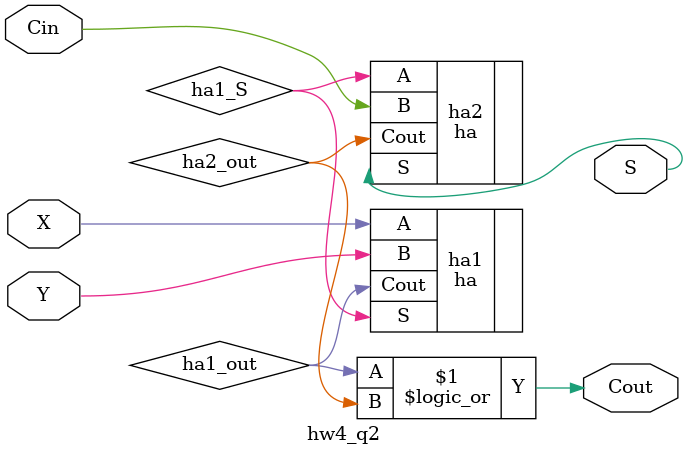
<source format=v>
`timescale 1ns / 1ps
module hw4_q2(
    input X,
    input Y,
    input Cin,
    output S,
    output Cout
    );
	// Use the 'ha' and 'fa' modules provided (open them to 
	//   see the port orderings)
wire ha1_S, ha2_S, ha1_out, ha2_out;

ha ha1(.A(X), .B(Y), .S(ha1_S), .Cout(ha1_out));
ha ha2(.A(ha1_S), .B(Cin), .S(S), .Cout(ha2_out));
assign Cout = ha1_out || ha2_out; 	 

endmodule

</source>
